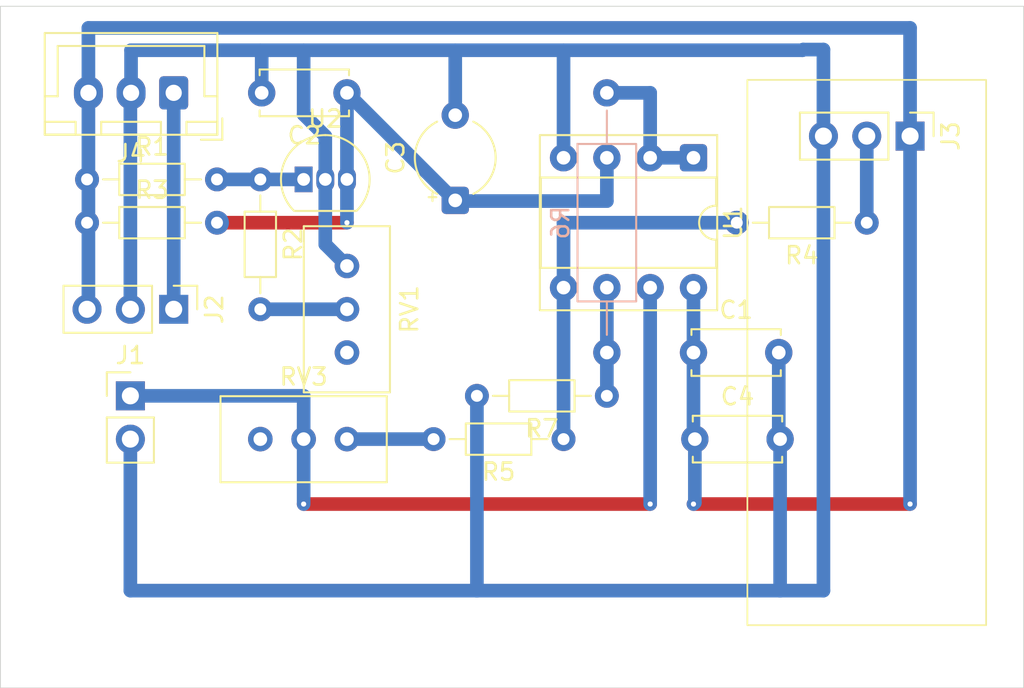
<source format=kicad_pcb>
(kicad_pcb (version 20241229) (generator "pcbnew") (generator_version "9.0")
  (layers (0 "F.Cu" signal) (2 "B.Cu" signal) (13 "F.Paste" user) (15 "B.Paste" user) (5 "F.SilkS" user "F.Silkscreen") (7 "B.SilkS" user "B.Silkscreen") (1 "F.Mask" user) (3 "B.Mask" user) (25 "Edge.Cuts" user))
  (net 0 "")
  (net 1 "GND")
  (net 2 "Net-(J1-Pad1)")
  (net 3 "+5V")
  (net 4 "Net-(J2-Pad1)")
  (net 5 "Net-(R4-+)")
  (net 6 "Net-(C2-+)")
  (net 7 "Net-(R6-+)")
  (net 8 "Net-(R6--)")
  (net 9 "Net-(R4--)")
  (net 10 "Net-(R1--)")
  (net 11 "Net-(R2--)")
  (net 12 "Net-(R5--)")
  (footprint "Capacitor_THT:CP_Radial_Tantal_D4.5mm_P5.00mm" (layer "F.Cu") (at 128.27 62.19 90)
    (property "Reference" "C3" (at 2.5 -3.5 90) (layer "F.SilkS"))
    (property "Value" "10u")
    (fp_line (start 0.187712 -1.56) (end 0.187712 -1.11) (stroke (width 0.12)) (layer "F.SilkS"))
    (fp_line (start -0.037288 -1.335) (end 0.412712 -1.335) (stroke (width 0.12)) (layer "F.SilkS"))
    (fp_arc (start 0.380259 -1.06) (mid 2.5 -2.37) (end 4.619741 -1.06) (stroke (width 0.12)) (layer "F.SilkS"))
    (fp_arc (start 4.619741 1.06) (mid 2.5 2.37) (end 0.380259 1.06) (stroke (width 0.12)) (layer "F.SilkS"))
    (pad "1" thru_hole roundrect (at 0 0 90) (size 1.6 1.6) (drill 0.8) (layers "*.Cu" "*.Mask") (roundrect_rratio 0.15625) (net 6 "Net-(C2-+)"))
    (pad "2" thru_hole circle (at 5 0 90) (size 1.6 1.6) (drill 0.8) (layers "*.Cu" "*.Mask") (net 1 "GND"))
  )
  (footprint "Connector_PinHeader_2.54mm:PinHeader_1x02_P2.54mm_Vertical" (layer "F.Cu") (at 109.22 73.66)
    (property "Reference" "J1" (at 0 -2.38 0) (layer "F.SilkS"))
    (property "Value" "C_IN_DISPLAY")
    (fp_line (start -1.38 -1.38) (end 0 -1.38) (stroke (width 0.12)) (layer "F.SilkS"))
    (fp_line (start -1.38 0) (end -1.38 -1.38) (stroke (width 0.12)) (layer "F.SilkS"))
    (fp_line (start -1.38 1.27) (end -1.38 3.92) (stroke (width 0.12)) (layer "F.SilkS"))
    (fp_line (start -1.38 1.27) (end 1.38 1.27) (stroke (width 0.12)) (layer "F.SilkS"))
    (fp_line (start -1.38 3.92) (end 1.38 3.92) (stroke (width 0.12)) (layer "F.SilkS"))
    (fp_line (start 1.38 1.27) (end 1.38 3.92) (stroke (width 0.12)) (layer "F.SilkS"))
    (pad "1" thru_hole rect (at 0 0) (size 1.7 1.7) (drill 1) (layers "*.Cu" "*.Mask") (net 2 "Net-(J1-Pad1)"))
    (pad "2" thru_hole circle (at 0 2.54) (size 1.7 1.7) (drill 1) (layers "*.Cu" "*.Mask") (net 1 "GND"))
  )
  (footprint "Resistor_THT:R_Axial_DIN0204_L3.6mm_D1.6mm_P7.62mm_Horizontal" (layer "F.Cu") (at 152.4 63.5 180)
    (property "Reference" "R4" (at 3.81 -1.92 0) (layer "F.SilkS"))
    (property "Value" "100k")
    (fp_line (start 6.68 0) (end 5.73 0) (stroke (width 0.12)) (layer "F.SilkS"))
    (fp_line (start 0.94 0) (end 1.89 0) (stroke (width 0.12)) (layer "F.SilkS"))
    (fp_rect (start 1.89 -0.92) (end 5.73 0.92) (stroke (width 0.12)) (fill no) (layer "F.SilkS"))
    (pad "1" thru_hole circle (at 0 0 180) (size 1.4 1.4) (drill 0.7) (layers "*.Cu" "*.Mask") (net 5 "Net-(R4-+)"))
    (pad "2" thru_hole circle (at 7.62 0 180) (size 1.4 1.4) (drill 0.7) (layers "*.Cu" "*.Mask") (net 9 "Net-(R4--)"))
  )
  (footprint "Package_DIP:DIP-8_W7.62mm_Socket" (layer "F.Cu") (at 142.24 59.69 -90)
    (property "Reference" "U1" (at 3.81 -2.33 90) (layer "F.SilkS"))
    (property "Value" "TLV9062")
    (fp_line (start 1.16 8.95) (end 6.46 8.95) (stroke (width 0.12)) (layer "F.SilkS"))
    (fp_line (start 6.46 8.95) (end 6.46 -1.33) (stroke (width 0.12)) (layer "F.SilkS"))
    (fp_line (start 1.16 -1.33) (end 1.16 8.95) (stroke (width 0.12)) (layer "F.SilkS"))
    (fp_line (start 2.81 -1.33) (end 1.16 -1.33) (stroke (width 0.12)) (layer "F.SilkS"))
    (fp_line (start 6.46 -1.33) (end 4.81 -1.33) (stroke (width 0.12)) (layer "F.SilkS"))
    (fp_rect (start -1.33 -1.39) (end 8.95 9.01) (stroke (width 0.12)) (fill no) (layer "F.SilkS"))
    (fp_arc (start 4.81 -1.33) (mid 3.81 -0.33) (end 2.81 -1.33) (stroke (width 0.12)) (layer "F.SilkS"))
    (pad "1" thru_hole roundrect (at 0 0 270) (size 1.6 1.6) (drill 0.8) (layers "*.Cu" "*.Mask") (roundrect_rratio 0.15625) (net 7 "Net-(R6-+)"))
    (pad "2" thru_hole circle (at 0 2.54 270) (size 1.6 1.6) (drill 0.8) (layers "*.Cu" "*.Mask") (net 7 "Net-(R6-+)"))
    (pad "3" thru_hole circle (at 0 5.08 270) (size 1.6 1.6) (drill 0.8) (layers "*.Cu" "*.Mask") (net 6 "Net-(C2-+)"))
    (pad "4" thru_hole circle (at 0 7.62 270) (size 1.6 1.6) (drill 0.8) (layers "*.Cu" "*.Mask") (net 1 "GND"))
    (pad "5" thru_hole circle (at 7.62 7.62 270) (size 1.6 1.6) (drill 0.8) (layers "*.Cu" "*.Mask") (net 9 "Net-(R4--)"))
    (pad "6" thru_hole circle (at 7.62 5.08 270) (size 1.6 1.6) (drill 0.8) (layers "*.Cu" "*.Mask") (net 8 "Net-(R6--)"))
    (pad "7" thru_hole circle (at 7.62 2.54 270) (size 1.6 1.6) (drill 0.8) (layers "*.Cu" "*.Mask") (net 2 "Net-(J1-Pad1)"))
    (pad "8" thru_hole circle (at 7.62 0 270) (size 1.6 1.6) (drill 0.8) (layers "*.Cu" "*.Mask") (net 3 "+5V"))
  )
  (footprint "Potentiometer_THT:Potentiometer_Bourns_3296W_Vertical" (layer "F.Cu") (at 121.92 76.2)
    (property "Reference" "RV3" (at -2.54 -3.66 0) (layer "F.SilkS"))
    (property "Value" "2k")
    (fp_line (start -7.415 -2.52) (end 2.335 -2.52) (stroke (width 0.12)) (layer "F.SilkS"))
    (fp_line (start -7.415 2.53) (end -7.415 -2.52) (stroke (width 0.12)) (layer "F.SilkS"))
    (fp_line (start 2.335 -2.52) (end 2.335 2.53) (stroke (width 0.12)) (layer "F.SilkS"))
    (fp_line (start 2.335 2.53) (end -7.415 2.53) (stroke (width 0.12)) (layer "F.SilkS"))
    (pad "1" thru_hole circle (at 0 0) (size 1.44 1.44) (drill 0.8) (layers "*.Cu" "*.Mask") (net 12 "Net-(R5--)"))
    (pad "2" thru_hole circle (at -2.54 0) (size 1.44 1.44) (drill 0.8) (layers "*.Cu" "*.Mask") (net 2 "Net-(J1-Pad1)"))
    (pad "3" thru_hole circle (at -5.08 0) (size 1.44 1.44) (drill 0.8) (layers "*.Cu" "*.Mask"))
  )
  (footprint "Package_TO_SOT_THT:TO-92_Inline" (layer "F.Cu") (at 119.38 60.96)
    (property "Reference" "U2" (at 1.27 -3.56 0) (layer "F.SilkS"))
    (property "Value" "TL431LP")
    (fp_line (start -0.53 1.85) (end 3.07 1.85) (stroke (width 0.12)) (layer "F.SilkS"))
    (fp_arc (start -0.568478 1.838478) (mid -1.132087 -0.994977) (end 1.27 -2.6) (stroke (width 0.12)) (layer "F.SilkS"))
    (fp_arc (start 1.27 -2.6) (mid 3.672087 -0.994977) (end 3.108478 1.838478) (stroke (width 0.12)) (layer "F.SilkS"))
    (pad "1" thru_hole rect (at 0 0) (size 1.05 1.5) (drill 0.75) (layers "*.Cu" "*.Mask") (net 10 "Net-(R1--)"))
    (pad "2" thru_hole oval (at 1.27 0) (size 1.05 1.5) (drill 0.75) (layers "*.Cu" "*.Mask") (net 1 "GND"))
    (pad "3" thru_hole oval (at 2.54 0) (size 1.05 1.5) (drill 0.75) (layers "*.Cu" "*.Mask") (net 6 "Net-(C2-+)"))
  )
  (footprint "Connector_PinHeader_2.54mm:PinHeader_1x03_P2.54mm_Vertical" (layer "F.Cu") (at 154.94 58.42 -90)
    (property "Reference" "J3" (at 0 -2.38 90) (layer "F.SilkS"))
    (property "Value" "ACS712-20")
    (fp_line (start -1.38 6.46) (end 1.38 6.46) (stroke (width 0.12)) (layer "F.SilkS"))
    (fp_line (start -1.38 1.27) (end -1.38 6.46) (stroke (width 0.12)) (layer "F.SilkS"))
    (fp_line (start -1.38 1.27) (end 1.38 1.27) (stroke (width 0.12)) (layer "F.SilkS"))
    (fp_line (start 1.38 1.27) (end 1.38 6.46) (stroke (width 0.12)) (layer "F.SilkS"))
    (fp_line (start -1.38 0) (end -1.38 -1.38) (stroke (width 0.12)) (layer "F.SilkS"))
    (fp_line (start -1.38 -1.38) (end 0 -1.38) (stroke (width 0.12)) (layer "F.SilkS"))
    (pad "1" thru_hole rect (at 0 0 270) (size 1.7 1.7) (drill 1) (layers "*.Cu" "*.Mask") (net 3 "+5V"))
    (pad "2" thru_hole circle (at 0 2.54 270) (size 1.7 1.7) (drill 1) (layers "*.Cu" "*.Mask") (net 5 "Net-(R4-+)"))
    (pad "3" thru_hole circle (at 0 5.08 270) (size 1.7 1.7) (drill 1) (layers "*.Cu" "*.Mask") (net 1 "GND"))
  )
  (footprint "Capacitor_THT:C_Disc_D5.0mm_W2.5mm_P5.00mm" (layer "F.Cu") (at 142.32 76.2)
    (property "Reference" "C4" (at 2.5 -2.5 0) (layer "F.SilkS"))
    (property "Value" "4u7")
    (fp_line (start -0.12 -1.37) (end 5.12 -1.37) (stroke (width 0.12)) (layer "F.SilkS"))
    (fp_line (start -0.12 -1.033) (end -0.12 -1.37) (stroke (width 0.12)) (layer "F.SilkS"))
    (fp_line (start -0.12 1.37) (end -0.12 1.033) (stroke (width 0.12)) (layer "F.SilkS"))
    (fp_line (start 5.12 -1.37) (end 5.12 -1.033) (stroke (width 0.12)) (layer "F.SilkS"))
    (fp_line (start 5.12 1.033) (end 5.12 1.37) (stroke (width 0.12)) (layer "F.SilkS"))
    (fp_line (start 5.12 1.37) (end -0.12 1.37) (stroke (width 0.12)) (layer "F.SilkS"))
    (pad "1" thru_hole circle (at 0 0) (size 1.6 1.6) (drill 0.8) (layers "*.Cu" "*.Mask") (net 3 "+5V"))
    (pad "2" thru_hole circle (at 5 0) (size 1.6 1.6) (drill 0.8) (layers "*.Cu" "*.Mask") (net 1 "GND"))
  )
  (footprint "Resistor_THT:R_Axial_DIN0204_L3.6mm_D1.6mm_P7.62mm_Horizontal" (layer "F.Cu") (at 137.16 73.66 180)
    (property "Reference" "R7" (at 3.81 -1.92 0) (layer "F.SilkS"))
    (property "Value" "18k")
    (fp_line (start 6.68 0) (end 5.73 0) (stroke (width 0.12)) (layer "F.SilkS"))
    (fp_line (start 0.94 0) (end 1.89 0) (stroke (width 0.12)) (layer "F.SilkS"))
    (fp_rect (start 1.89 -0.92) (end 5.73 0.92) (stroke (width 0.12)) (fill no) (layer "F.SilkS"))
    (pad "1" thru_hole circle (at 0 0 180) (size 1.4 1.4) (drill 0.7) (layers "*.Cu" "*.Mask") (net 8 "Net-(R6--)"))
    (pad "2" thru_hole circle (at 7.62 0 180) (size 1.4 1.4) (drill 0.7) (layers "*.Cu" "*.Mask") (net 1 "GND"))
  )
  (footprint "Resistor_THT:R_Axial_DIN0204_L3.6mm_D1.6mm_P7.62mm_Horizontal" (layer "F.Cu") (at 134.62 76.2 180)
    (property "Reference" "R5" (at 3.81 -1.92 0) (layer "F.SilkS"))
    (property "Value" "18k")
    (fp_line (start 6.68 0) (end 5.73 0) (stroke (width 0.12)) (layer "F.SilkS"))
    (fp_line (start 0.94 0) (end 1.89 0) (stroke (width 0.12)) (layer "F.SilkS"))
    (fp_rect (start 1.89 -0.92) (end 5.73 0.92) (stroke (width 0.12)) (fill no) (layer "F.SilkS"))
    (pad "1" thru_hole circle (at 0 0 180) (size 1.4 1.4) (drill 0.7) (layers "*.Cu" "*.Mask") (net 9 "Net-(R4--)"))
    (pad "2" thru_hole circle (at 7.62 0 180) (size 1.4 1.4) (drill 0.7) (layers "*.Cu" "*.Mask") (net 12 "Net-(R5--)"))
  )
  (footprint "Connector_PinHeader_2.54mm:PinHeader_1x03_P2.54mm_Vertical" (layer "F.Cu") (at 111.76 68.58 -90)
    (property "Reference" "J2" (at 0 -2.38 90) (layer "F.SilkS"))
    (property "Value" "V_IN_DISPLAY")
    (fp_line (start -1.38 6.46) (end 1.38 6.46) (stroke (width 0.12)) (layer "F.SilkS"))
    (fp_line (start -1.38 1.27) (end -1.38 6.46) (stroke (width 0.12)) (layer "F.SilkS"))
    (fp_line (start -1.38 1.27) (end 1.38 1.27) (stroke (width 0.12)) (layer "F.SilkS"))
    (fp_line (start 1.38 1.27) (end 1.38 6.46) (stroke (width 0.12)) (layer "F.SilkS"))
    (fp_line (start -1.38 0) (end -1.38 -1.38) (stroke (width 0.12)) (layer "F.SilkS"))
    (fp_line (start -1.38 -1.38) (end 0 -1.38) (stroke (width 0.12)) (layer "F.SilkS"))
    (pad "1" thru_hole rect (at 0 0 270) (size 1.7 1.7) (drill 1) (layers "*.Cu" "*.Mask") (net 4 "Net-(J2-Pad1)"))
    (pad "2" thru_hole circle (at 0 2.54 270) (size 1.7 1.7) (drill 1) (layers "*.Cu" "*.Mask") (net 1 "GND"))
    (pad "3" thru_hole circle (at 0 5.08 270) (size 1.7 1.7) (drill 1) (layers "*.Cu" "*.Mask") (net 3 "+5V"))
  )
  (footprint "Capacitor_THT:C_Disc_D5.0mm_W2.5mm_P5.00mm" (layer "F.Cu") (at 121.92 55.88 180)
    (property "Reference" "C2" (at 2.5 -2.5 0) (layer "F.SilkS"))
    (property "Value" "100n")
    (fp_line (start 5.12 1.37) (end -0.12 1.37) (stroke (width 0.12)) (layer "F.SilkS"))
    (fp_line (start 5.12 1.033) (end 5.12 1.37) (stroke (width 0.12)) (layer "F.SilkS"))
    (fp_line (start 5.12 -1.37) (end 5.12 -1.033) (stroke (width 0.12)) (layer "F.SilkS"))
    (fp_line (start -0.12 1.37) (end -0.12 1.033) (stroke (width 0.12)) (layer "F.SilkS"))
    (fp_line (start -0.12 -1.033) (end -0.12 -1.37) (stroke (width 0.12)) (layer "F.SilkS"))
    (fp_line (start -0.12 -1.37) (end 5.12 -1.37) (stroke (width 0.12)) (layer "F.SilkS"))
    (pad "1" thru_hole circle (at 0 0 180) (size 1.6 1.6) (drill 0.8) (layers "*.Cu" "*.Mask") (net 6 "Net-(C2-+)"))
    (pad "2" thru_hole circle (at 5 0 180) (size 1.6 1.6) (drill 0.8) (layers "*.Cu" "*.Mask") (net 1 "GND"))
  )
  (footprint "Potentiometer_THT:Potentiometer_Bourns_3296W_Vertical" (layer "F.Cu") (at 121.92 71.12 -90)
    (property "Reference" "RV1" (at -2.54 -3.66 90) (layer "F.SilkS"))
    (property "Value" "2k")
    (fp_line (start -7.415 2.53) (end -7.415 -2.52) (stroke (width 0.12)) (layer "F.SilkS"))
    (fp_line (start 2.335 2.53) (end -7.415 2.53) (stroke (width 0.12)) (layer "F.SilkS"))
    (fp_line (start -7.415 -2.52) (end 2.335 -2.52) (stroke (width 0.12)) (layer "F.SilkS"))
    (fp_line (start 2.335 -2.52) (end 2.335 2.53) (stroke (width 0.12)) (layer "F.SilkS"))
    (pad "1" thru_hole circle (at 0 0 270) (size 1.44 1.44) (drill 0.8) (layers "*.Cu" "*.Mask"))
    (pad "2" thru_hole circle (at -2.54 0 270) (size 1.44 1.44) (drill 0.8) (layers "*.Cu" "*.Mask") (net 11 "Net-(R2--)"))
    (pad "3" thru_hole circle (at -5.08 0 270) (size 1.44 1.44) (drill 0.8) (layers "*.Cu" "*.Mask") (net 1 "GND"))
  )
  (footprint "Resistor_THT:R_Axial_DIN0204_L3.6mm_D1.6mm_P7.62mm_Horizontal" (layer "F.Cu") (at 116.84 60.96 -90)
    (property "Reference" "R2" (at 3.81 -1.92 90) (layer "F.SilkS"))
    (property "Value" "2k")
    (fp_line (start 0.94 0) (end 1.89 0) (stroke (width 0.12)) (layer "F.SilkS"))
    (fp_line (start 6.68 0) (end 5.73 0) (stroke (width 0.12)) (layer "F.SilkS"))
    (fp_rect (start 1.89 -0.92) (end 5.73 0.92) (stroke (width 0.12)) (fill no) (layer "F.SilkS"))
    (pad "1" thru_hole circle (at 0 0 270) (size 1.4 1.4) (drill 0.7) (layers "*.Cu" "*.Mask") (net 10 "Net-(R1--)"))
    (pad "2" thru_hole circle (at 7.62 0 270) (size 1.4 1.4) (drill 0.7) (layers "*.Cu" "*.Mask") (net 11 "Net-(R2--)"))
  )
  (footprint "Capacitor_THT:C_Disc_D5.0mm_W2.5mm_P5.00mm" (layer "F.Cu") (at 142.24 71.12)
    (property "Reference" "C1" (at 2.5 -2.5 0) (layer "F.SilkS"))
    (property "Value" "100n")
    (fp_line (start -0.12 -1.37) (end 5.12 -1.37) (stroke (width 0.12)) (layer "F.SilkS"))
    (fp_line (start -0.12 -1.033) (end -0.12 -1.37) (stroke (width 0.12)) (layer "F.SilkS"))
    (fp_line (start -0.12 1.37) (end -0.12 1.033) (stroke (width 0.12)) (layer "F.SilkS"))
    (fp_line (start 5.12 -1.37) (end 5.12 -1.033) (stroke (width 0.12)) (layer "F.SilkS"))
    (fp_line (start 5.12 1.033) (end 5.12 1.37) (stroke (width 0.12)) (layer "F.SilkS"))
    (fp_line (start 5.12 1.37) (end -0.12 1.37) (stroke (width 0.12)) (layer "F.SilkS"))
    (pad "1" thru_hole circle (at 0 0) (size 1.6 1.6) (drill 0.8) (layers "*.Cu" "*.Mask") (net 3 "+5V"))
    (pad "2" thru_hole circle (at 5 0) (size 1.6 1.6) (drill 0.8) (layers "*.Cu" "*.Mask") (net 1 "GND"))
  )
  (footprint "Resistor_THT:R_Axial_DIN0204_L3.6mm_D1.6mm_P7.62mm_Horizontal" (layer "F.Cu") (at 106.68 63.5)
    (property "Reference" "R3" (at 3.81 -1.92 0) (layer "F.SilkS"))
    (property "Value" "1k")
    (fp_line (start 0.94 0) (end 1.89 0) (stroke (width 0.12)) (layer "F.SilkS"))
    (fp_line (start 6.68 0) (end 5.73 0) (stroke (width 0.12)) (layer "F.SilkS"))
    (fp_rect (start 1.89 -0.92) (end 5.73 0.92) (stroke (width 0.12)) (fill no) (layer "F.SilkS"))
    (pad "1" thru_hole circle (at 0 0) (size 1.4 1.4) (drill 0.7) (layers "*.Cu" "*.Mask") (net 3 "+5V"))
    (pad "2" thru_hole circle (at 7.62 0) (size 1.4 1.4) (drill 0.7) (layers "*.Cu" "*.Mask") (net 6 "Net-(C2-+)"))
  )
  (footprint "Resistor_THT:R_Axial_DIN0204_L3.6mm_D1.6mm_P7.62mm_Horizontal" (layer "F.Cu") (at 106.68 60.96)
    (property "Reference" "R1" (at 3.81 -1.92 0) (layer "F.SilkS"))
    (property "Value" "2k2")
    (fp_line (start 0.94 0) (end 1.89 0) (stroke (width 0.12)) (layer "F.SilkS"))
    (fp_line (start 6.68 0) (end 5.73 0) (stroke (width 0.12)) (layer "F.SilkS"))
    (fp_rect (start 1.89 -0.92) (end 5.73 0.92) (stroke (width 0.12)) (fill no) (layer "F.SilkS"))
    (pad "1" thru_hole circle (at 0 0) (size 1.4 1.4) (drill 0.7) (layers "*.Cu" "*.Mask") (net 3 "+5V"))
    (pad "2" thru_hole circle (at 7.62 0) (size 1.4 1.4) (drill 0.7) (layers "*.Cu" "*.Mask") (net 10 "Net-(R1--)"))
  )
  (footprint "Connector_JST:JST_XH_B3B-XH-A_1x03_P2.50mm_Vertical" (layer "F.Cu") (at 111.76 55.88 180)
    (property "Reference" "J4" (at 2.5 -3.55 0) (layer "F.SilkS"))
    (property "Value" "V_IN")
    (fp_line (start 7.56 3.51) (end 7.56 -2.46) (stroke (width 0.12)) (layer "F.SilkS"))
    (fp_line (start 7.56 -2.46) (end -2.56 -2.46) (stroke (width 0.12)) (layer "F.SilkS"))
    (fp_line (start 7.55 -0.2) (end 6.8 -0.2) (stroke (width 0.12)) (layer "F.SilkS"))
    (fp_line (start 7.55 -1.7) (end 7.55 -2.45) (stroke (width 0.12)) (layer "F.SilkS"))
    (fp_line (start 7.55 -2.45) (end 5.75 -2.45) (stroke (width 0.12)) (layer "F.SilkS"))
    (fp_line (start 6.8 2.75) (end 2.5 2.75) (stroke (width 0.12)) (layer "F.SilkS"))
    (fp_line (start 6.8 -0.2) (end 6.8 2.75) (stroke (width 0.12)) (layer "F.SilkS"))
    (fp_line (start 5.75 -1.7) (end 7.55 -1.7) (stroke (width 0.12)) (layer "F.SilkS"))
    (fp_line (start 5.75 -2.45) (end 5.75 -1.7) (stroke (width 0.12)) (layer "F.SilkS"))
    (fp_line (start 4.25 -1.7) (end 4.25 -2.45) (stroke (width 0.12)) (layer "F.SilkS"))
    (fp_line (start 4.25 -2.45) (end 0.75 -2.45) (stroke (width 0.12)) (layer "F.SilkS"))
    (fp_line (start 0.75 -1.7) (end 4.25 -1.7) (stroke (width 0.12)) (layer "F.SilkS"))
    (fp_line (start 0.75 -2.45) (end 0.75 -1.7) (stroke (width 0.12)) (layer "F.SilkS"))
    (fp_line (start -0.75 -1.7) (end -0.75 -2.45) (stroke (width 0.12)) (layer "F.SilkS"))
    (fp_line (start -0.75 -2.45) (end -2.55 -2.45) (stroke (width 0.12)) (layer "F.SilkS"))
    (fp_line (start -1.6 -2.75) (end -2.85 -2.75) (stroke (width 0.12)) (layer "F.SilkS"))
    (fp_line (start -1.8 2.75) (end 2.5 2.75) (stroke (width 0.12)) (layer "F.SilkS"))
    (fp_line (start -1.8 -0.2) (end -1.8 2.75) (stroke (width 0.12)) (layer "F.SilkS"))
    (fp_line (start -2.55 -0.2) (end -1.8 -0.2) (stroke (width 0.12)) (layer "F.SilkS"))
    (fp_line (start -2.55 -1.7) (end -0.75 -1.7) (stroke (width 0.12)) (layer "F.SilkS"))
    (fp_line (start -2.55 -2.45) (end -2.55 -1.7) (stroke (width 0.12)) (layer "F.SilkS"))
    (fp_line (start -2.56 3.51) (end 7.56 3.51) (stroke (width 0.12)) (layer "F.SilkS"))
    (fp_line (start -2.56 -2.46) (end -2.56 3.51) (stroke (width 0.12)) (layer "F.SilkS"))
    (fp_line (start -2.85 -2.75) (end -2.85 -1.5) (stroke (width 0.12)) (layer "F.SilkS"))
    (pad "1" thru_hole roundrect (at 0 0 180) (size 1.7 1.95) (drill 0.95) (layers "*.Cu" "*.Mask") (roundrect_rratio 0.147059) (net 4 "Net-(J2-Pad1)"))
    (pad "2" thru_hole oval (at 2.5 0 180) (size 1.7 1.95) (drill 0.95) (layers "*.Cu" "*.Mask") (net 1 "GND"))
    (pad "3" thru_hole oval (at 5 0 180) (size 1.7 1.95) (drill 0.95) (layers "*.Cu" "*.Mask") (net 3 "+5V"))
  )
  (footprint "Resistor_THT:R_Axial_DIN0309_L9.0mm_D3.2mm_P15.24mm_Horizontal" (layer "B.Cu") (at 137.16 55.88 -90)
    (property "Reference" "R6" (at 7.62 2.72 90) (layer "B.SilkS") (effects (justify mirror)))
    (property "Value" "100k")
    (fp_line (start 1.04 0) (end 3 0) (stroke (width 0.12)) (layer "B.SilkS"))
    (fp_line (start 14.2 0) (end 12.24 0) (stroke (width 0.12)) (layer "B.SilkS"))
    (fp_rect (start 3 1.72) (end 12.24 -1.72) (stroke (width 0.12)) (fill no) (layer "B.SilkS"))
    (pad "1" thru_hole circle (at 0 0 270) (size 1.6 1.6) (drill 0.8) (layers "*.Cu" "*.Mask") (net 7 "Net-(R6-+)"))
    (pad "2" thru_hole circle (at 15.24 0 270) (size 1.6 1.6) (drill 0.8) (layers "*.Cu" "*.Mask") (net 8 "Net-(R6--)"))
  )
  (gr_rect (start 145.4 55.12) (end 159.4 87.12) (stroke (width 0.1)) (fill no) (layer "F.SilkS"))
  (gr_rect (start 101.6 50.8) (end 161.6 90.8) (stroke (width 0.05)) (fill no) (layer "Edge.Cuts"))
  (segment (start 109.26 53.38) (end 116.84 53.38) (width 0.8) (layer "B.Cu") (net 1))
  (segment (start 120.65 64.77) (end 121.92 66.04) (width 0.8) (layer "B.Cu") (net 1))
  (segment (start 149.86 58.42) (end 149.86 53.34) (width 0.8) (layer "B.Cu") (net 1))
  (segment (start 147.32 76.2) (end 147.32 85.09) (width 0.8) (layer "B.Cu") (net 1))
  (segment (start 109.22 76.2) (end 109.22 85.09) (width 0.8) (layer "B.Cu") (net 1))
  (segment (start 116.92 55.88) (end 116.92 53.46) (width 0.8) (layer "B.Cu") (net 1))
  (segment (start 134.62 53.38) (end 148.63 53.38) (width 0.8) (layer "B.Cu") (net 1))
  (segment (start 128.27 57.19) (end 128.27 53.38) (width 0.8) (layer "B.Cu") (net 1))
  (segment (start 128.27 53.38) (end 134.62 53.38) (width 0.8) (layer "B.Cu") (net 1))
  (segment (start 129.54 85.09) (end 147.32 85.09) (width 0.8) (layer "B.Cu") (net 1))
  (segment (start 109.22 85.09) (end 129.54 85.09) (width 0.8) (layer "B.Cu") (net 1))
  (segment (start 116.84 53.38) (end 119.38 53.38) (width 0.8) (layer "B.Cu") (net 1))
  (segment (start 149.86 85.09) (end 149.86 58.42) (width 0.8) (layer "B.Cu") (net 1))
  (segment (start 120.65 58.42) (end 119.38 57.15) (width 0.8) (layer "B.Cu") (net 1))
  (segment (start 148.67 53.34) (end 148.63 53.38) (width 0.8) (layer "B.Cu") (net 1))
  (segment (start 119.38 57.15) (end 119.38 53.38) (width 0.8) (layer "B.Cu") (net 1))
  (segment (start 109.22 55.92) (end 109.26 55.88) (width 0.8) (layer "B.Cu") (net 1))
  (segment (start 116.92 53.46) (end 116.84 53.38) (width 0.8) (layer "B.Cu") (net 1))
  (segment (start 129.54 73.66) (end 129.54 85.09) (width 0.8) (layer "B.Cu") (net 1))
  (segment (start 120.65 60.96) (end 120.65 64.77) (width 0.8) (layer "B.Cu") (net 1))
  (segment (start 109.22 68.58) (end 109.22 55.92) (width 0.8) (layer "B.Cu") (net 1))
  (segment (start 147.24 76.12) (end 147.32 76.2) (width 0.8) (layer "B.Cu") (net 1))
  (segment (start 119.38 53.38) (end 128.27 53.38) (width 0.8) (layer "B.Cu") (net 1))
  (segment (start 147.24 71.12) (end 147.24 76.12) (width 0.8) (layer "B.Cu") (net 1))
  (segment (start 147.32 85.09) (end 149.86 85.09) (width 0.8) (layer "B.Cu") (net 1))
  (segment (start 120.65 60.96) (end 120.65 58.42) (width 0.8) (layer "B.Cu") (net 1))
  (segment (start 109.26 53.38) (end 109.26 55.88) (width 0.8) (layer "B.Cu") (net 1))
  (segment (start 149.86 53.34) (end 148.67 53.34) (width 0.8) (layer "B.Cu") (net 1))
  (segment (start 134.62 59.69) (end 134.62 53.38) (width 0.8) (layer "B.Cu") (net 1))
  (segment (start 139.7 80.01) (end 119.38 80.01) (width 0.8) (layer "F.Cu") (net 2))
  (via (at 119.38 80.01) (size 0.6) (drill 0.3) (layers "F.Cu" "B.Cu") (net 2))
  (via (at 139.7 80.01) (size 0.6) (drill 0.3) (layers "F.Cu" "B.Cu") (net 2))
  (segment (start 119.38 80.01) (end 119.38 76.2) (width 0.8) (layer "B.Cu") (net 2))
  (segment (start 119.38 73.66) (end 109.22 73.66) (width 0.8) (layer "B.Cu") (net 2))
  (segment (start 119.38 76.2) (end 119.38 73.66) (width 0.8) (layer "B.Cu") (net 2))
  (segment (start 139.7 67.31) (end 139.7 80.01) (width 0.8) (layer "B.Cu") (net 2))
  (segment (start 142.24 80.01) (end 154.94 80.01) (width 0.8) (layer "F.Cu") (net 3))
  (via (at 154.94 80.01) (size 0.6) (drill 0.3) (layers "F.Cu" "B.Cu") (net 3))
  (via (at 142.24 80.01) (size 0.6) (drill 0.3) (layers "F.Cu" "B.Cu") (net 3))
  (segment (start 106.76 68.5) (end 106.68 68.58) (width 0.8) (layer "B.Cu") (net 3))
  (segment (start 154.94 52.07) (end 154.94 58.42) (width 0.8) (layer "B.Cu") (net 3))
  (segment (start 142.24 67.31) (end 142.24 76.12) (width 0.8) (layer "B.Cu") (net 3))
  (segment (start 106.76 55.88) (end 106.76 68.5) (width 0.8) (layer "B.Cu") (net 3))
  (segment (start 106.76 52.07) (end 154.94 52.07) (width 0.8) (layer "B.Cu") (net 3))
  (segment (start 142.32 79.93) (end 142.24 80.01) (width 0.8) (layer "B.Cu") (net 3))
  (segment (start 106.76 55.88) (end 106.76 52.07) (width 0.8) (layer "B.Cu") (net 3))
  (segment (start 154.94 80.01) (end 154.94 58.42) (width 0.8) (layer "B.Cu") (net 3))
  (segment (start 142.32 76.2) (end 142.32 79.93) (width 0.8) (layer "B.Cu") (net 3))
  (segment (start 142.24 76.12) (end 142.32 76.2) (width 0.8) (layer "B.Cu") (net 3))
  (segment (start 111.76 68.58) (end 111.76 55.88) (width 0.8) (layer "B.Cu") (net 4))
  (segment (start 152.4 63.5) (end 152.4 58.42) (width 0.8) (layer "B.Cu") (net 5))
  (segment (start 121.92 63.5) (end 114.3 63.5) (width 0.8) (layer "F.Cu") (net 6))
  (via (at 121.92 63.5) (size 0.6) (drill 0.3) (layers "F.Cu" "B.Cu") (net 6))
  (segment (start 137.16 62.23) (end 128.27 62.23) (width 0.8) (layer "B.Cu") (net 6))
  (segment (start 121.92 55.88) (end 121.92 60.96) (width 0.8) (layer "B.Cu") (net 6))
  (segment (start 121.92 60.96) (end 121.92 63.5) (width 0.8) (layer "B.Cu") (net 6))
  (segment (start 137.16 59.69) (end 137.16 62.23) (width 0.8) (layer "B.Cu") (net 6))
  (segment (start 128.27 62.19) (end 128.23 62.19) (width 0.8) (layer "B.Cu") (net 6))
  (segment (start 128.23 62.19) (end 121.92 55.88) (width 0.8) (layer "B.Cu") (net 6))
  (segment (start 139.7 55.88) (end 139.7 59.69) (width 0.8) (layer "B.Cu") (net 7))
  (segment (start 137.16 55.88) (end 139.7 55.88) (width 0.8) (layer "B.Cu") (net 7))
  (segment (start 139.7 59.69) (end 142.24 59.69) (width 0.8) (layer "B.Cu") (net 7))
  (segment (start 137.16 67.31) (end 137.16 73.66) (width 0.8) (layer "B.Cu") (net 8))
  (segment (start 144.78 63.5) (end 134.62 63.5) (width 0.8) (layer "B.Cu") (net 9))
  (segment (start 134.62 63.5) (end 134.62 67.31) (width 0.8) (layer "B.Cu") (net 9))
  (segment (start 134.62 67.31) (end 134.62 76.2) (width 0.8) (layer "B.Cu") (net 9))
  (segment (start 119.38 60.96) (end 114.3 60.96) (width 0.8) (layer "B.Cu") (net 10))
  (segment (start 116.84 68.58) (end 121.92 68.58) (width 0.8) (layer "B.Cu") (net 11))
  (segment (start 127 76.2) (end 121.92 76.2) (width 0.8) (layer "B.Cu") (net 12))
)
</source>
